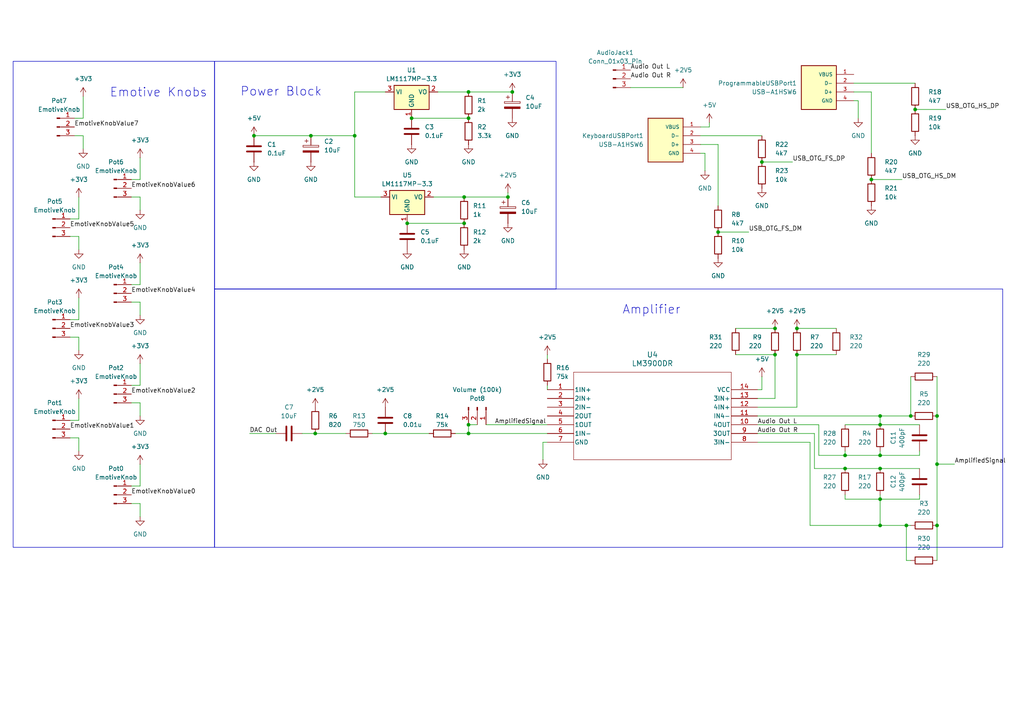
<source format=kicad_sch>
(kicad_sch (version 20231120) (generator "eeschema") (generator_version "8.0")
  (paper "A4")
  (junction (at 427.99 -76.2))
  (junction (at 148.59 26.67))
  (junction (at 339.09 73.66))
  (junction (at 111.76 125.73))
  (junction (at 265.43 31.75))
  (junction (at 135.89 26.67))
  (junction (at 134.62 57.15))
  (junction (at 91.44 125.73))
  (junction (at 135.89 125.73))
  (junction (at 255.27 120.65))
  (junction (at 140.97 -52.07))
  (junction (at 140.97 -44.45))
  (junction (at 334.01 73.66))
  (junction (at 331.47 73.66))
  (junction (at 427.99 -73.66))
  (junction (at 90.17 39.37))
  (junction (at 194.31 -39.37))
  (junction (at 255.27 132.08))
  (junction (at 194.31 -31.75))
  (junction (at 427.99 -63.5))
  (junction (at 73.66 39.37))
  (junction (at 119.38 34.29))
  (junction (at 140.97 -39.37))
  (junction (at 264.16 120.65))
  (junction (at 118.11 64.77))
  (junction (at 252.73 52.07))
  (junction (at 427.99 -68.58))
  (junction (at 134.62 64.77))
  (junction (at 255.27 144.78))
  (junction (at 427.99 -66.04))
  (junction (at 427.99 -53.34))
  (junction (at 271.78 152.4))
  (junction (at 245.11 135.89))
  (junction (at 231.14 95.25))
  (junction (at 224.79 95.25))
  (junction (at 140.97 -46.99))
  (junction (at 140.97 -31.75))
  (junction (at 147.32 57.15))
  (junction (at 220.98 46.99))
  (junction (at 102.87 39.37))
  (junction (at 427.99 -71.12))
  (junction (at 224.79 102.87))
  (junction (at 271.78 134.62))
  (junction (at 255.27 135.89))
  (junction (at 208.28 67.31))
  (junction (at 140.97 -36.83))
  (junction (at 231.14 102.87))
  (junction (at 245.11 132.08))
  (junction (at 425.45 96.52))
  (junction (at 255.27 123.19))
  (junction (at 335.28 167.64))
  (junction (at 135.89 123.19))
  (junction (at 425.45 99.06))
  (junction (at 262.89 152.4))
  (junction (at 140.97 -29.21))
  (junction (at 226.06 -54.61))
  (junction (at 427.99 -58.42))
  (junction (at 427.99 -60.96))
  (junction (at 255.27 152.4))
  (junction (at 135.89 34.29))
  (junction (at 336.55 73.66))
  (junction (at 425.45 101.6))
  (junction (at 271.78 120.65))
  (junction (at 427.99 -55.88))
  (wire (pts (xy 427.99 -68.58) (xy 427.99 -71.12)))
  (wire (pts (xy 266.7 130.81) (xy 266.7 132.08)))
  (wire (pts (xy 125.73 57.15) (xy 134.62 57.15)))
  (wire (pts (xy 118.11 64.77) (xy 134.62 64.77)))
  (wire (pts (xy 255.27 135.89) (xy 266.7 135.89)))
  (wire (pts (xy 220.98 46.99) (xy 229.87 46.99)))
  (wire (pts (xy 226.06 -59.69) (xy 226.06 -54.61)))
  (wire (pts (xy 127 26.67) (xy 135.89 26.67)))
  (wire (pts (xy 255.27 144.78) (xy 266.7 144.78)))
  (wire (pts (xy 245.11 135.89) (xy 236.22 135.89)))
  (wire (pts (xy 421.64 -71.12) (xy 427.99 -71.12)))
  (wire (pts (xy 427.99 -55.88) (xy 427.99 -58.42)))
  (wire (pts (xy 87.63 125.73) (xy 91.44 125.73)))
  (wire (pts (xy 134.62 57.15) (xy 147.32 57.15)))
  (wire (pts (xy 111.76 125.73) (xy 124.46 125.73)))
  (wire (pts (xy 20.32 63.5) (xy 22.86 63.5)))
  (wire (pts (xy 38.1 52.07) (xy 40.64 52.07)))
  (wire (pts (xy 140.97 -29.21) (xy 161.29 -29.21)))
  (wire (pts (xy 140.97 -46.99) (xy 140.97 -44.45)))
  (wire (pts (xy 427.99 -60.96) (xy 427.99 -63.5)))
  (wire (pts (xy 208.28 59.69) (xy 208.28 41.91)))
  (wire (pts (xy 219.71 113.03) (xy 220.98 113.03)))
  (wire (pts (xy 427.99 -53.34) (xy 427.99 -55.88)))
  (wire (pts (xy 255.27 132.08) (xy 266.7 132.08)))
  (wire (pts (xy 316.23 142.24) (xy 308.61 142.24)))
  (wire (pts (xy 203.2 36.83) (xy 205.74 36.83)))
  (wire (pts (xy 427.99 -66.04) (xy 427.99 -63.5)))
  (wire (pts (xy 421.64 -58.42) (xy 427.99 -58.42)))
  (wire (pts (xy 38.1 140.97) (xy 40.64 140.97)))
  (wire (pts (xy 22.86 68.58) (xy 22.86 72.39)))
  (wire (pts (xy 252.73 26.67) (xy 247.65 26.67)))
  (wire (pts (xy 234.95 128.27) (xy 219.71 128.27)))
  (wire (pts (xy 40.64 57.15) (xy 40.64 60.96)))
  (wire (pts (xy 40.64 45.72) (xy 40.64 52.07)))
  (wire (pts (xy 421.64 -53.34) (xy 427.99 -53.34)))
  (wire (pts (xy 140.97 -39.37) (xy 161.29 -39.37)))
  (wire (pts (xy 255.27 143.51) (xy 255.27 144.78)))
  (wire (pts (xy 237.49 123.19) (xy 219.71 123.19)))
  (wire (pts (xy 173.99 -62.23) (xy 173.99 -63.5)))
  (wire (pts (xy 20.32 121.92) (xy 22.86 121.92)))
  (wire (pts (xy 421.64 -76.2) (xy 427.99 -76.2)))
  (wire (pts (xy 140.97 -36.83) (xy 161.29 -36.83)))
  (wire (pts (xy 250.19 -57.15) (xy 251.46 -57.15)))
  (wire (pts (xy 271.78 134.62) (xy 271.78 152.4)))
  (wire (pts (xy 24.13 39.37) (xy 24.13 43.18)))
  (wire (pts (xy 226.06 -54.61) (xy 251.46 -54.61)))
  (wire (pts (xy 22.86 86.36) (xy 22.86 92.71)))
  (wire (pts (xy 252.73 52.07) (xy 261.62 52.07)))
  (wire (pts (xy 248.92 29.21) (xy 247.65 29.21)))
  (wire (pts (xy 140.97 -44.45) (xy 161.29 -44.45)))
  (wire (pts (xy 213.36 95.25) (xy 224.79 95.25)))
  (wire (pts (xy 425.45 101.6) (xy 425.45 113.03)))
  (wire (pts (xy 135.89 125.73) (xy 158.75 125.73)))
  (wire (pts (xy 22.86 57.15) (xy 22.86 63.5)))
  (wire (pts (xy 224.79 102.87) (xy 224.79 115.57)))
  (wire (pts (xy 421.64 101.6) (xy 425.45 101.6)))
  (wire (pts (xy 316.23 83.82) (xy 307.34 83.82)))
  (wire (pts (xy 421.64 99.06) (xy 425.45 99.06)))
  (wire (pts (xy 334.01 73.66) (xy 336.55 73.66)))
  (wire (pts (xy 245.11 144.78) (xy 255.27 144.78)))
  (wire (pts (xy 102.87 26.67) (xy 111.76 26.67)))
  (wire (pts (xy 427.99 -71.12) (xy 427.99 -73.66)))
  (wire (pts (xy 132.08 125.73) (xy 135.89 125.73)))
  (wire (pts (xy 21.59 39.37) (xy 24.13 39.37)))
  (wire (pts (xy 265.43 31.75) (xy 274.32 31.75)))
  (wire (pts (xy 425.45 96.52) (xy 425.45 99.06)))
  (wire (pts (xy 20.32 127) (xy 22.86 127)))
  (wire (pts (xy 38.1 111.76) (xy 40.64 111.76)))
  (wire (pts (xy 102.87 39.37) (xy 102.87 57.15)))
  (wire (pts (xy 313.69 91.44) (xy 316.23 91.44)))
  (wire (pts (xy 73.66 39.37) (xy 90.17 39.37)))
  (wire (pts (xy 425.45 93.98) (xy 425.45 96.52)))
  (wire (pts (xy 158.75 102.87) (xy 158.75 104.14)))
  (wire (pts (xy 245.11 132.08) (xy 237.49 132.08)))
  (wire (pts (xy 219.71 120.65) (xy 255.27 120.65)))
  (wire (pts (xy 186.69 -54.61) (xy 226.06 -54.61)))
  (wire (pts (xy 91.44 125.73) (xy 100.33 125.73)))
  (wire (pts (xy 158.75 111.76) (xy 158.75 113.03)))
  (wire (pts (xy 140.97 -52.07) (xy 161.29 -52.07)))
  (wire (pts (xy 307.34 83.82) (xy 307.34 86.36)))
  (wire (pts (xy 22.86 115.57) (xy 22.86 121.92)))
  (wire (pts (xy 140.97 -39.37) (xy 140.97 -36.83)))
  (wire (pts (xy 140.97 -46.99) (xy 161.29 -46.99)))
  (wire (pts (xy 250.19 -57.15) (xy 250.19 -48.26)))
  (wire (pts (xy 158.75 128.27) (xy 157.48 128.27)))
  (wire (pts (xy 231.14 102.87) (xy 242.57 102.87)))
  (wire (pts (xy 38.1 87.63) (xy 40.64 87.63)))
  (wire (pts (xy 271.78 152.4) (xy 271.78 162.56)))
  (wire (pts (xy 266.7 143.51) (xy 266.7 144.78)))
  (wire (pts (xy 38.1 146.05) (xy 40.64 146.05)))
  (wire (pts (xy 236.22 125.73) (xy 219.71 125.73)))
  (wire (pts (xy 264.16 109.22) (xy 264.16 120.65)))
  (wire (pts (xy 40.64 76.2) (xy 40.64 82.55)))
  (wire (pts (xy 339.09 73.66) (xy 341.63 73.66)))
  (wire (pts (xy 22.86 97.79) (xy 22.86 101.6)))
  (wire (pts (xy 427.99 -99.06) (xy 427.99 -76.2)))
  (wire (pts (xy 262.89 152.4) (xy 262.89 162.56)))
  (wire (pts (xy 90.17 39.37) (xy 102.87 39.37)))
  (wire (pts (xy 271.78 109.22) (xy 271.78 120.65)))
  (wire (pts (xy 421.64 96.52) (xy 425.45 96.52)))
  (wire (pts (xy 21.59 34.29) (xy 24.13 34.29)))
  (wire (pts (xy 231.14 118.11) (xy 231.14 102.87)))
  (wire (pts (xy 245.11 123.19) (xy 255.27 123.19)))
  (wire (pts (xy 22.86 127) (xy 22.86 130.81)))
  (wire (pts (xy 335.28 167.64) (xy 335.28 172.72)))
  (wire (pts (xy 255.27 120.65) (xy 255.27 123.19)))
  (wire (pts (xy 137.16 -52.07) (xy 140.97 -52.07)))
  (wire (pts (xy 245.11 130.81) (xy 245.11 132.08)))
  (wire (pts (xy 427.99 -58.42) (xy 427.99 -60.96)))
  (wire (pts (xy 110.49 57.15) (xy 102.87 57.15)))
  (wire (pts (xy 119.38 34.29) (xy 135.89 34.29)))
  (wire (pts (xy 421.64 -63.5) (xy 427.99 -63.5)))
  (wire (pts (xy 255.27 120.65) (xy 264.16 120.65)))
  (wire (pts (xy 262.89 152.4) (xy 264.16 152.4)))
  (wire (pts (xy 107.95 125.73) (xy 111.76 125.73)))
  (wire (pts (xy 194.31 -46.99) (xy 194.31 -39.37)))
  (wire (pts (xy 224.79 115.57) (xy 219.71 115.57)))
  (wire (pts (xy 262.89 162.56) (xy 264.16 162.56)))
  (wire (pts (xy 255.27 135.89) (xy 245.11 135.89)))
  (wire (pts (xy 208.28 41.91) (xy 203.2 41.91)))
  (wire (pts (xy 40.64 146.05) (xy 40.64 149.86)))
  (wire (pts (xy 234.95 152.4) (xy 255.27 152.4)))
  (wire (pts (xy 421.64 -50.8) (xy 427.99 -50.8)))
  (wire (pts (xy 255.27 132.08) (xy 245.11 132.08)))
  (wire (pts (xy 40.64 105.41) (xy 40.64 111.76)))
  (wire (pts (xy 234.95 128.27) (xy 234.95 152.4)))
  (wire (pts (xy 220.98 109.22) (xy 220.98 113.03)))
  (wire (pts (xy 334.01 167.64) (xy 335.28 167.64)))
  (wire (pts (xy 140.97 -21.59) (xy 161.29 -21.59)))
  (wire (pts (xy 276.86 134.62) (xy 271.78 134.62)))
  (wire (pts (xy 182.88 25.4) (xy 198.12 25.4)))
  (wire (pts (xy 231.14 95.25) (xy 242.57 95.25)))
  (wire (pts (xy 208.28 67.31) (xy 217.17 67.31)))
  (wire (pts (xy 38.1 57.15) (xy 40.64 57.15)))
  (wire (pts (xy 252.73 44.45) (xy 252.73 26.67)))
  (wire (pts (xy 135.89 26.67) (xy 148.59 26.67)))
  (wire (pts (xy 245.11 143.51) (xy 245.11 144.78)))
  (wire (pts (xy 140.97 -29.21) (xy 140.97 -21.59)))
  (wire (pts (xy 427.99 -73.66) (xy 427.99 -76.2)))
  (wire (pts (xy 237.49 132.08) (xy 237.49 123.19)))
  (wire (pts (xy 339.09 69.85) (xy 339.09 73.66)))
  (wire (pts (xy 20.32 68.58) (xy 22.86 68.58)))
  (wire (pts (xy 140.97 -44.45) (xy 140.97 -39.37)))
  (wire (pts (xy 421.64 -55.88) (xy 427.99 -55.88)))
  (wire (pts (xy 140.97 -52.07) (xy 140.97 -46.99)))
  (wire (pts (xy 213.36 102.87) (xy 224.79 102.87)))
  (wire (pts (xy 40.64 87.63) (xy 40.64 91.44)))
  (wire (pts (xy 425.45 99.06) (xy 425.45 101.6)))
  (wire (pts (xy 271.78 120.65) (xy 271.78 134.62)))
  (wire (pts (xy 331.47 73.66) (xy 334.01 73.66)))
  (wire (pts (xy 138.43 123.19) (xy 135.89 123.19)))
  (wire (pts (xy 336.55 73.66) (xy 339.09 73.66)))
  (wire (pts (xy 316.23 88.9) (xy 313.69 88.9)))
  (wire (pts (xy 219.71 118.11) (xy 231.14 118.11)))
  (wire (pts (xy 20.32 92.71) (xy 22.86 92.71)))
  (wire (pts (xy 24.13 27.94) (xy 24.13 34.29)))
  (wire (pts (xy 421.64 93.98) (xy 425.45 93.98)))
  (wire (pts (xy 255.27 130.81) (xy 255.27 132.08)))
  (wire (pts (xy 255.27 144.78) (xy 255.27 152.4)))
  (wire (pts (xy 157.48 128.27) (xy 157.48 133.35)))
  (wire (pts (xy 335.28 167.64) (xy 336.55 167.64)))
  (wire (pts (xy 194.31 -39.37) (xy 194.31 -31.75)))
  (wire (pts (xy 313.69 88.9) (xy 313.69 91.44)))
  (wire (pts (xy 38.1 82.55) (xy 40.64 82.55)))
  (wire (pts (xy 255.27 152.4) (xy 262.89 152.4)))
  (wire (pts (xy 248.92 34.29) (xy 248.92 29.21)))
  (wire (pts (xy 421.64 -68.58) (xy 427.99 -68.58)))
  (wire (pts (xy 204.47 49.53) (xy 204.47 44.45)))
  (wire (pts (xy 308.61 142.24) (xy 308.61 143.51)))
  (wire (pts (xy 140.97 123.19) (xy 158.75 123.19)))
  (wire (pts (xy 421.64 -60.96) (xy 427.99 -60.96)))
  (wire (pts (xy 421.64 -73.66) (xy 427.99 -73.66)))
  (wire (pts (xy 194.31 -31.75) (xy 194.31 -27.94)))
  (wire (pts (xy 102.87 26.67) (xy 102.87 39.37)))
  (wire (pts (xy 328.93 73.66) (xy 331.47 73.66)))
  (wire (pts (xy 140.97 -31.75) (xy 161.29 -31.75)))
  (wire (pts (xy 40.64 116.84) (xy 40.64 120.65)))
  (wire (pts (xy 247.65 24.13) (xy 265.43 24.13)))
  (wire (pts (xy 72.39 125.73) (xy 80.01 125.73)))
  (wire (pts (xy 147.32 55.88) (xy 147.32 57.15)))
  (wire (pts (xy 140.97 -31.75) (xy 140.97 -29.21)))
  (wire (pts (xy 236.22 135.89) (xy 236.22 125.73)))
  (wire (pts (xy 40.64 134.62) (xy 40.64 140.97)))
  (wire (pts (xy 140.97 -36.83) (xy 140.97 -31.75)))
  (wire (pts (xy 38.1 116.84) (xy 40.64 116.84)))
  (wire (pts (xy 421.64 -66.04) (xy 427.99 -66.04)))
  (wire (pts (xy 203.2 39.37) (xy 220.98 39.37)))
  (wire (pts (xy 255.27 123.19) (xy 266.7 123.19)))
  (wire (pts (xy 204.47 44.45) (xy 203.2 44.45)))
  (wire (pts (xy 135.89 123.19) (xy 135.89 125.73)))
  (wire (pts (xy 427.99 -50.8) (xy 427.99 -53.34)))
  (wire (pts (xy 20.32 97.79) (xy 22.86 97.79)))
  (wire (pts (xy 427.99 -68.58) (xy 427.99 -66.04)))
  (wire (pts (xy 205.74 36.83) (xy 205.74 35.56)))
  (rectangle (start 62.23 17.78) (end 161.29 83.82))
  (rectangle (start 62.23 83.82) (end 290.83 158.75))
  (rectangle (start 3.81 17.78) (end 62.23 158.75))
  (rectangle (start -41.91 87.63) (end -41.91 87.63))
  (text "Amplifier" (at 188.976 89.916 0) (effects (font (size 2.54 2.54))))
  (text "Power Block" (at 81.534 26.67 0) (effects (font (size 2.54 2.54))))
  (text "Emotive Knobs" (at 45.974 26.924 0) (effects (font (size 2.54 2.54))))
  (label "PC2" (at 316.23 106.68 180))
  (label "PB3" (at 351.79 129.54 0))
  (label "PB6" (at 251.46 -97.79 180))
  (label "PB7" (at 251.46 -92.71 180))
  (label "PB11" (at 351.79 149.86 0))
  (label "PC1" (at 381 -58.42 180))
  (label "PB10" (at 251.46 -74.93 180))
  (label "HDMI_PWR" (at 226.06 -59.69 0))
  (label "EmotiveKnobValue7" (at 351.79 124.46 0))
  (label "PB10" (at 381 -38.1 180))
  (label "EmotiveKnobValue5" (at 351.79 96.52 0))
  (label "PC13" (at 316.23 132.08 180))
  (label "EmotiveKnobValue2" (at 38.1 114.3 0))
  (label "EmotiveKnobValue4" (at 351.79 93.98 0))
  (label "Audio Out L" (at 219.71 123.19 0))
  (label "HDMI_PWR" (at 351.79 116.84 0))
  (label "EmotiveKnobValue2" (at 351.79 83.82 0))
  (label "EmotiveKnobValue4" (at 38.1 85.09 0))
  (label "USB_OTG_HS_DM" (at 261.62 52.07 0))
  (label "USB_OTG_HS_DP" (at 274.32 31.75 0))
  (label "CEC_A" (at 421.64 50.8 0))
  (label "PB8" (at 351.79 142.24 0))
  (label "AmplifiedSignal" (at 276.86 134.62 0))
  (label "AmplifiedSignal" (at 143.51 123.19 0))
  (label "USB_OTG_FS_DP" (at 351.79 106.68 0))
  (label "EmotiveKnobValue0" (at 38.1 143.51 0))
  (label "EmotiveKnobValue1" (at 20.32 124.46 0))
  (label "PB3" (at 251.46 -77.47 180))
  (label "DAC Out" (at 351.79 88.9 0))
  (label "PB2" (at 381 -53.34 180))
  (label "PB4" (at 381 -48.26 180))
  (label "USB_OTG_FS_DP" (at 229.87 46.99 0))
  (label "DSCL" (at 421.64 38.1 0))
  (label "PB4" (at 251.46 -90.17 180))
  (label "USB_OTG_FS_DM" (at 351.79 109.22 0))
  (label "USB_OTG_FS_DM" (at 217.17 67.31 0))
  (label "EmotiveKnobValue0" (at 351.79 78.74 0))
  (label "PB2" (at 251.46 -82.55 180))
  (label "DAC Out" (at 72.39 125.73 0))
  (label "USB_OTG_HS_DP" (at 351.79 157.48 0))
  (label "PB5" (at 351.79 134.62 0))
  (label "PB5" (at 381 -45.72 180))
  (label "PC0" (at 316.23 101.6 180))
  (label "PB4" (at 351.79 132.08 0))
  (label "HDMI_PWR_SELECT" (at 161.29 -24.13 180))
  (label "EmotiveKnobValue7" (at 21.59 36.83 0))
  (label "PB2" (at 351.79 127 0))
  (label "PB3" (at 381 -50.8 180))
  (label "PB7" (at 351.79 139.7 0))
  (label "Audio Out L" (at 182.88 20.32 0))
  (label "PB9" (at 351.79 144.78 0))
  (label "DSDA" (at 421.64 40.64 0))
  (label "EmotiveKnobValue5" (at 20.32 66.04 0))
  (label "DSCL" (at 251.46 -62.23 180))
  (label "EmotiveKnobValue1" (at 351.79 81.28 0))
  (label "PB5" (at 251.46 -85.09 180))
  (label "EmotiveKnobValue6" (at 351.79 121.92 0))
  (label "EmotiveKnobValue3" (at 20.32 95.25 0))
  (label "PC13" (at 381 -71.12 180))
  (label "PB11" (at 251.46 -69.85 180))
  (label "PB11" (at 381 -35.56 180))
  (label "EmotiveKnobValue3" (at 351.79 86.36 0))
  (label "CEC_A" (at 251.46 -67.31 180))
  (label "PB10" (at 351.79 147.32 0))
  (label "DSDA" (at 251.46 -59.69 180))
  (label "Audio Out R" (at 182.88 22.86 0))
  (label "PB7" (at 381 -40.64 180))
  (label "EmotiveKnobValue6" (at 38.1 54.61 0))
  (label "PB6" (at 351.79 137.16 0))
  (label "PC0" (at 381 -60.96 180))
  (label "PC1" (at 316.23 104.14 180))
  (label "PC2" (at 381 -63.5 180))
  (label "HDMI_PWR_SELECT" (at 351.79 114.3 0))
  (label "PB6" (at 381 -43.18 180))
  (label "Audio Out R" (at 219.71 125.73 0))
  (label "USB_OTG_HS_DM" (at 351.79 160.02 0))
  (symbol (lib_id "Device:R") (at 135.89 38.1 0) (unit 1)
    (property "Reference" "R2" (at 138.43 36.8299 0) (effects (justify left)))
    (property "Value" "3.3k" (at 138.43 39.3699 0) (effects (justify left)))
    (property "Footprint" "Resistor_THT:R_Axial_DIN0207_L6.3mm_D2.5mm_P7.62mm_Horizontal" (effects (hide yes)))
    (property "Description" "Resistor" (effects (hide yes)))
  )
  (symbol (lib_id "power:GND") (at 135.89 41.91 0) (unit 1)
    (property "Reference" "#PWR05" (effects (hide yes)))
    (property "Value" "GND" (at 135.89 46.99 0))
    (property "Description" "Power symbol creates a global label with name \"GND\" , ground" (effects (hide yes)))
  )
  (symbol (lib_id "Device:R") (at 242.57 99.06 180) (unit 1)
    (property "Reference" "R32" (at 246.38 97.7899 0) (effects (justify right)))
    (property "Value" "220" (at 246.38 100.3299 0) (effects (justify right)))
    (property "Footprint" "Resistor_THT:R_Axial_DIN0207_L6.3mm_D2.5mm_P7.62mm_Horizontal" (effects (hide yes)))
    (property "Description" "Resistor" (effects (hide yes)))
  )
  (symbol (lib_id "power:GND") (at 252.73 59.69 0) (unit 1)
    (property "Reference" "#PWR050" (effects (hide yes)))
    (property "Value" "GND" (at 252.73 64.77 0))
    (property "Description" "Power symbol creates a global label with name \"GND\" , ground" (effects (hide yes)))
  )
  (symbol (lib_id "Device:R") (at 265.43 27.94 180) (unit 1)
    (property "Reference" "R18" (at 269.24 26.6699 0) (effects (justify right)))
    (property "Value" "4k7" (at 269.24 29.2099 0) (effects (justify right)))
    (property "Footprint" "Resistor_THT:R_Axial_DIN0207_L6.3mm_D2.5mm_P7.62mm_Horizontal" (effects (hide yes)))
    (property "Description" "Resistor" (effects (hide yes)))
  )
  (symbol (lib_id "power:GND") (at 22.86 101.6 0) (unit 1)
    (property "Reference" "#PWR015" (effects (hide yes)))
    (property "Value" "GND" (at 22.86 106.68 0))
    (property "Description" "Power symbol creates a global label with name \"GND\" , ground" (effects (hide yes)))
  )
  (symbol (lib_id "Device:R") (at 135.89 30.48 0) (unit 1)
    (property "Reference" "R1" (at 138.43 29.2099 0) (effects (justify left)))
    (property "Value" "2k" (at 138.43 31.7499 0) (effects (justify left)))
    (property "Footprint" "Resistor_THT:R_Axial_DIN0207_L6.3mm_D2.5mm_P7.62mm_Horizontal" (effects (hide yes)))
    (property "Description" "Resistor" (effects (hide yes)))
  )
  (symbol (lib_id "Device:C") (at 118.11 68.58 0) (unit 1)
    (property "Reference" "C5" (at 121.92 67.3099 0) (effects (justify left)))
    (property "Value" "0.1uF" (at 121.92 69.8499 0) (effects (justify left)))
    (property "Footprint" "Capacitor_THT:C_Disc_D6.0mm_W4.4mm_P5.00mm" (effects (hide yes)))
    (property "Description" "Unpolarized capacitor" (effects (hide yes)))
  )
  (symbol (lib_id "power:+3V3") (at 339.09 69.85 0) (unit 1)
    (property "Reference" "#PWR038" (effects (hide yes)))
    (property "Value" "+3V3" (at 339.09 64.77 0))
    (property "Description" "Power symbol creates a global label with name \"+3V3\"" (effects (hide yes)))
  )
  (symbol (lib_id "power:+3V3") (at 40.64 105.41 0) (unit 1)
    (property "Reference" "#PWR012" (effects (hide yes)))
    (property "Value" "+3V3" (at 40.64 100.33 0))
    (property "Description" "Power symbol creates a global label with name \"+3V3\"" (effects (hide yes)))
  )
  (symbol (lib_id "MCU_ST_STM32F7:STM32F722RCTx") (at 334.01 121.92 0) (unit 1)
    (property "Reference" "U6" (at 338.7441 167.64 0) (effects (justify left)))
    (property "Value" "STM32F722RCTx" (at 338.7441 170.18 0) (effects (justify left)))
    (property "Footprint" "Package_QFP:LQFP-64_10x10mm_P0.5mm" (effects (hide yes)))
    (property "Datasheet" "https://www.st.com/resource/en/datasheet/stm32f722rc.pdf" (effects (hide yes)))
    (property "Description" "STMicroelectronics Arm Cortex-M7 MCU, 256KB flash, 256KB RAM, 216 MHz, 1.7-3.6V, 50 GPIO, LQFP64" (effects (hide yes)))
  )
  (symbol (lib_id "power:GND") (at 307.34 93.98 0) (unit 1)
    (property "Reference" "#PWR039" (effects (hide yes)))
    (property "Value" "GND" (at 307.34 99.06 0))
    (property "Description" "Power symbol creates a global label with name \"GND\" , ground" (effects (hide yes)))
  )
  (symbol (lib_id "power:+2V5") (at 147.32 55.88 0) (unit 1)
    (property "Reference" "#PWR031" (effects (hide yes)))
    (property "Value" "+2V5" (at 147.32 50.8 0))
    (property "Description" "Power symbol creates a global label with name \"+2V5\"" (effects (hide yes)))
  )
  (symbol (lib_id "power:GND") (at 248.92 34.29 0) (unit 1)
    (property "Reference" "#PWR036" (effects (hide yes)))
    (property "Value" "GND" (at 248.92 39.37 0))
    (property "Description" "Power symbol creates a global label with name \"GND\" , ground" (effects (hide yes)))
  )
  (symbol (lib_id "SII1136CTU:SII1136CTU") (at 401.32 -15.24 0) (unit 1)
    (property "Reference" "U2" (at 401.32 -82.55 0))
    (property "Value" "SII1136CTU" (at 401.32 -80.01 0))
    (property "Footprint" "Package_QFP:TQFP-100-1EP_14x14mm_P0.5mm_EP5x5mm" (effects (hide yes)))
    (property "E1_MIN" "13.9" (effects (hide yes)))
    (property "B_NOM" "0.22" (effects (hide yes)))
    (property "D1_NOM" "14.0" (effects (hide yes)))
    (property "E1_NOM" "14.0" (effects (hide yes)))
    (property "PIN_COUNT_D" "25.0" (effects (hide yes)))
    (property "B_MAX" "0.27" (effects (hide yes)))
    (property "ENOM" "0.5" (effects (hide yes)))
    (property "D_NOM" "16.0" (effects (hide yes)))
    (property "D_MAX" "16.1" (effects (hide yes)))
    (property "L_MAX" "0.75" (effects (hide yes)))
    (property "A_MAX" "1.2" (effects (hide yes)))
    (property "D1_MAX" "14.1" (effects (hide yes)))
    (property "D1_MIN" "13.9" (effects (hide yes)))
    (property "E2_NOM" "5.0" (effects (hide yes)))
    (property "D2_NOM" "5.0" (effects (hide yes)))
    (property "E_NOM" "16.0" (effects (hide yes)))
    (property "B_MIN" "0.17" (effects (hide yes)))
    (property "STANDARD" "IPC 7351B" (effects (hide yes)))
    (property "L_NOM" "0.6" (effects (hide yes)))
    (property "MANUFACTURER" "Lattice Semiconductor" (effects (hide yes)))
    (property "A1_MIN" "0.05" (effects (hide yes)))
    (property "E1_MAX" "14.1" (effects (hide yes)))
    (property "PIN_COUNT_E" "25.0" (effects (hide yes)))
    (property "E_MIN" "15.9" (effects (hide yes)))
    (property "D_MIN" "15.9" (effects (hide yes)))
    (property "L_MIN" "0.45" (effects (hide yes)))
    (property "E_MAX" "16.1" (effects (hide yes)))
  )
  (symbol (lib_id "power:+5V") (at 220.98 109.22 0) (unit 1)
    (property "Reference" "#PWR044" (effects (hide yes)))
    (property "Value" "+5V" (at 220.98 104.14 0))
    (property "Description" "Power symbol creates a global label with name \"+5V\"" (effects (hide yes)))
  )
  (symbol (lib_id "power:GND") (at 173.99 -13.97 0) (unit 1)
    (property "Reference" "#PWR052" (effects (hide yes)))
    (property "Value" "GND" (at 173.99 -8.89 0))
    (property "Description" "Power symbol creates a global label with name \"GND\" , ground" (effects (hide yes)))
  )
  (symbol (lib_id "Device:R") (at 255.27 127 0) (mirror x) (unit 1)
    (property "Reference" "R4" (at 252.73 125.7299 0) (effects (justify right)))
    (property "Value" "220" (at 252.73 128.2699 0) (effects (justify right)))
    (property "Footprint" "Resistor_THT:R_Axial_DIN0207_L6.3mm_D2.5mm_P7.62mm_Horizontal" (effects (hide yes)))
    (property "Description" "Resistor" (effects (hide yes)))
  )
  (symbol (lib_id "power:GND") (at 119.38 41.91 0) (unit 1)
    (property "Reference" "#PWR04" (effects (hide yes)))
    (property "Value" "GND" (at 119.38 46.99 0))
    (property "Description" "Power symbol creates a global label with name \"GND\" , ground" (effects (hide yes)))
  )
  (symbol (lib_id "power:GND") (at 148.59 34.29 0) (unit 1)
    (property "Reference" "#PWR06" (effects (hide yes)))
    (property "Value" "GND" (at 148.59 39.37 0))
    (property "Description" "Power symbol creates a global label with name \"GND\" , ground" (effects (hide yes)))
  )
  (symbol (lib_id "power:+5V") (at 161.29 -54.61 0) (unit 1)
    (property "Reference" "#PWR051" (effects (hide yes)))
    (property "Value" "+5V" (at 161.29 -59.69 0))
    (property "Description" "Power symbol creates a global label with name \"+5V\"" (effects (hide yes)))
  )
  (symbol (lib_id "power:GND") (at 22.86 72.39 0) (unit 1)
    (property "Reference" "#PWR019" (effects (hide yes)))
    (property "Value" "GND" (at 22.86 77.47 0))
    (property "Description" "Power symbol creates a global label with name \"GND\" , ground" (effects (hide yes)))
  )
  (symbol (lib_id "power:+5V") (at 73.66 39.37 0) (unit 1)
    (property "Reference" "#PWR01" (effects (hide yes)))
    (property "Value" "+5V" (at 73.66 34.29 0))
    (property "Description" "Power symbol creates a global label with name \"+5V\"" (effects (hide yes)))
  )
  (symbol (lib_id "Device:R") (at 307.34 90.17 180) (unit 1)
    (property "Reference" "R15" (at 309.88 88.8999 0) (effects (justify right)))
    (property "Value" "10k" (at 309.88 91.4399 0) (effects (justify right)))
    (property "Footprint" "Resistor_THT:R_Axial_DIN0207_L6.3mm_D2.5mm_P7.62mm_Horizontal" (effects (hide yes)))
    (property "Description" "Resistor" (effects (hide yes)))
  )
  (symbol (lib_id "power:GND") (at 24.13 43.18 0) (unit 1)
    (property "Reference" "#PWR023" (effects (hide yes)))
    (property "Value" "GND" (at 24.13 48.26 0))
    (property "Description" "Power symbol creates a global label with name \"GND\" , ground" (effects (hide yes)))
  )
  (symbol (lib_id "power:GND") (at 40.64 120.65 0) (unit 1)
    (property "Reference" "#PWR013" (effects (hide yes)))
    (property "Value" "GND" (at 40.64 125.73 0))
    (property "Description" "Power symbol creates a global label with name \"GND\" , ground" (effects (hide yes)))
  )
  (symbol (lib_id "Device:C") (at 83.82 125.73 90) (unit 1)
    (property "Reference" "C7" (at 83.82 118.11 90))
    (property "Value" "10uF" (at 83.82 120.65 90))
    (property "Footprint" "Capacitor_THT:CP_Radial_D7.5mm_P2.50mm" (effects (hide yes)))
    (property "Description" "Unpolarized capacitor" (effects (hide yes)))
  )
  (symbol (lib_id "2024-10-03_04-50-33:LM3900DR") (at 158.75 113.03 0) (unit 1)
    (property "Reference" "U4" (at 189.23 102.87 0) (effects (font (size 1.524 1.524))))
    (property "Value" "LM3900DR" (at 189.23 105.41 0) (effects (font (size 1.524 1.524))))
    (property "Footprint" "Package_DIP:DIP-14_W7.62mm_Socket" (effects (hide yes)))
    (property "Datasheet" "LM3900DR" (effects (hide yes)))
  )
  (symbol (lib_id "Device:R") (at 252.73 55.88 180) (unit 1)
    (property "Reference" "R21" (at 256.54 54.6099 0) (effects (justify right)))
    (property "Value" "10k" (at 256.54 57.1499 0) (effects (justify right)))
    (property "Footprint" "Resistor_THT:R_Axial_DIN0207_L6.3mm_D2.5mm_P7.62mm_Horizontal" (effects (hide yes)))
    (property "Description" "Resistor" (effects (hide yes)))
  )
  (symbol (lib_id "power:GND") (at 157.48 133.35 0) (unit 1)
    (property "Reference" "#PWR034" (effects (hide yes)))
    (property "Value" "GND" (at 157.48 138.43 0))
    (property "Description" "Power symbol creates a global label with name \"GND\" , ground" (effects (hide yes)))
  )
  (symbol (lib_id "Device:R") (at 220.98 50.8 180) (unit 1)
    (property "Reference" "R23" (at 224.79 49.5299 0) (effects (justify right)))
    (property "Value" "10k" (at 224.79 52.0699 0) (effects (justify right)))
    (property "Footprint" "Resistor_THT:R_Axial_DIN0207_L6.3mm_D2.5mm_P7.62mm_Horizontal" (effects (hide yes)))
    (property "Description" "Resistor" (effects (hide yes)))
  )
  (symbol (lib_id "Device:C") (at 111.76 121.92 0) (unit 1)
    (property "Reference" "C8" (at 116.84 120.6499 0) (effects (justify left)))
    (property "Value" "0.01u" (at 116.84 123.1899 0) (effects (justify left)))
    (property "Footprint" "Capacitor_THT:C_Disc_D6.0mm_W4.4mm_P5.00mm" (effects (hide yes)))
    (property "Description" "Unpolarized capacitor" (effects (hide yes)))
  )
  (symbol (lib_id "10029449_111RLF:10029449-111RLF") (at 251.46 -97.79 0) (unit 1)
    (property "Reference" "HDMI_Port1" (at 265.43 -76.2001 0) (effects (font (size 1.524 1.524)) (justify left)))
    (property "Value" "10029449-111RLF" (at 265.43 -73.6601 0) (effects (font (size 1.524 1.524)) (justify left)))
    (property "Footprint" "10029449_111RLF:CONN_10029449111_AMP" (effects (hide yes)))
    (property "Datasheet" "10029449-111RLF" (effects (hide yes)))
  )
  (symbol (lib_id "Device:R") (at 128.27 125.73 90) (unit 1)
    (property "Reference" "R14" (at 128.27 120.65 90))
    (property "Value" "75k" (at 128.27 123.19 90))
    (property "Footprint" "Resistor_THT:R_Axial_DIN0207_L6.3mm_D2.5mm_P7.62mm_Horizontal" (effects (hide yes)))
    (property "Description" "Resistor" (effects (hide yes)))
  )
  (symbol (lib_id "power:GND") (at 194.31 -27.94 0) (unit 1)
    (property "Reference" "#PWR054" (effects (hide yes)))
    (property "Value" "GND" (at 194.31 -22.86 0))
    (property "Description" "Power symbol creates a global label with name \"GND\" , ground" (effects (hide yes)))
  )
  (symbol (lib_id "Device:R") (at 104.14 125.73 90) (unit 1)
    (property "Reference" "R13" (at 104.14 120.65 90))
    (property "Value" "750" (at 104.14 123.19 90))
    (property "Footprint" "Resistor_THT:R_Axial_DIN0207_L6.3mm_D2.5mm_P7.62mm_Horizontal" (effects (hide yes)))
    (property "Description" "Resistor" (effects (hide yes)))
  )
  (symbol (lib_id "power:GND") (at 208.28 74.93 0) (unit 1)
    (property "Reference" "#PWR035" (effects (hide yes)))
    (property "Value" "GND" (at 208.28 80.01 0))
    (property "Description" "Power symbol creates a global label with name \"GND\" , ground" (effects (hide yes)))
  )
  (symbol (lib_id "power:GND") (at 308.61 151.13 0) (unit 1)
    (property "Reference" "#PWR040" (effects (hide yes)))
    (property "Value" "GND" (at 308.61 156.21 0))
    (property "Description" "Power symbol creates a global label with name \"GND\" , ground" (effects (hide yes)))
  )
  (symbol (lib_id "power:GND") (at 90.17 46.99 0) (unit 1)
    (property "Reference" "#PWR03" (effects (hide yes)))
    (property "Value" "GND" (at 90.17 52.07 0))
    (property "Description" "Power symbol creates a global label with name \"GND\" , ground" (effects (hide yes)))
  )
  (symbol (lib_id "power:+5V") (at 427.99 -99.06 0) (unit 1)
    (property "Reference" "#PWR047" (effects (hide yes)))
    (property "Value" "+3.3V" (at 427.99 -102.87 0))
    (property "Description" "Power symbol creates a global label with name \"+5V\"" (effects (hide yes)))
  )
  (symbol (lib_id "power:GND") (at 204.47 49.53 0) (unit 1)
    (property "Reference" "#PWR024" (effects (hide yes)))
    (property "Value" "GND" (at 204.47 54.61 0))
    (property "Description" "Power symbol creates a global label with name \"GND\" , ground" (effects (hide yes)))
  )
  (symbol (lib_id "USB-A1HSW6:USB-A1HSW6") (at 237.49 26.67 0) (mirror y) (unit 1)
    (property "Reference" "ProgrammableUSBPort1" (at 231.14 24.1299 0) (effects (justify left)))
    (property "Value" "USB-A1HSW6" (at 231.14 26.6699 0) (effects (justify left)))
    (property "Footprint" "USB_A1HSW6:OST_USB-A1HSW6" (effects (hide yes)))
    (property "PARTREV" "A" (effects (hide yes)))
    (property "STANDARD" "Manufacturer Recommendations" (effects (hide yes)))
    (property "MAXIMUM_PACKAGE_HEIGHT" "7.1 mm" (effects (hide yes)))
    (property "MANUFACTURER" "On Shore" (effects (hide yes)))
  )
  (symbol (lib_id "power:+5V") (at 205.74 35.56 0) (unit 1)
    (property "Reference" "#PWR025" (effects (hide yes)))
    (property "Value" "+5V" (at 205.74 30.48 0))
    (property "Description" "Power symbol creates a global label with name \"+5V\"" (effects (hide yes)))
  )
  (symbol (lib_id "Device:R") (at 190.5 -31.75 270) (unit 1)
    (property "Reference" "R26" (at 189.2299 -35.56 0) (effects (justify right)))
    (property "Value" "1M" (at 191.7699 -35.56 0) (effects (justify right)))
    (property "Footprint" "Resistor_THT:R_Axial_DIN0207_L6.3mm_D2.5mm_P7.62mm_Horizontal" (effects (hide yes)))
    (property "Description" "Resistor" (effects (hide yes)))
  )
  (symbol (lib_id "power:+2V5") (at 158.75 102.87 0) (unit 1)
    (property "Reference" "#PWR043" (effects (hide yes)))
    (property "Value" "+2V5" (at 158.75 97.79 0))
    (property "Description" "Power symbol creates a global label with name \"+2V5\"" (effects (hide yes)))
  )
  (symbol (lib_id "Device:R") (at 252.73 48.26 180) (unit 1)
    (property "Reference" "R20" (at 256.54 46.9899 0) (effects (justify right)))
    (property "Value" "4k7" (at 256.54 49.5299 0) (effects (justify right)))
    (property "Footprint" "Resistor_THT:R_Axial_DIN0207_L6.3mm_D2.5mm_P7.62mm_Horizontal" (effects (hide yes)))
    (property "Description" "Resistor" (effects (hide yes)))
  )
  (symbol (lib_id "power:+5V") (at 173.99 -63.5 0) (unit 1)
    (property "Reference" "#PWR041" (effects (hide yes)))
    (property "Value" "+5V" (at 173.99 -68.58 0))
    (property "Description" "Power symbol creates a global label with name \"+5V\"" (effects (hide yes)))
  )
  (symbol (lib_id "power:GND") (at 250.19 -48.26 0) (unit 1)
    (property "Reference" "#PWR042" (effects (hide yes)))
    (property "Value" "GND" (at 250.19 -43.18 0))
    (property "Description" "Power symbol creates a global label with name \"GND\" , ground" (effects (hide yes)))
  )
  (symbol (lib_id "power:GND") (at 73.66 46.99 0) (unit 1)
    (property "Reference" "#PWR02" (effects (hide yes)))
    (property "Value" "GND" (at 73.66 52.07 0))
    (property "Description" "Power symbol creates a global label with name \"GND\" , ground" (effects (hide yes)))
  )
  (symbol (lib_id "Device:R") (at 231.14 99.06 180) (unit 1)
    (property "Reference" "R7" (at 234.95 97.7899 0) (effects (justify right)))
    (property "Value" "220" (at 234.95 100.3299 0) (effects (justify right)))
    (property "Footprint" "Resistor_THT:R_Axial_DIN0207_L6.3mm_D2.5mm_P7.62mm_Horizontal" (effects (hide yes)))
    (property "Description" "Resistor" (effects (hide yes)))
  )
  (symbol (lib_id "Connector:Conn_01x03_Pin") (at 33.02 54.61 0) (unit 1)
    (property "Reference" "Pot6" (at 33.655 46.99 0))
    (property "Value" "EmotiveKnob" (at 33.655 49.53 0))
    (property "Footprint" "Connector_Molex:Molex_KK-254_AE-6410-03A_1x03_P2.54mm_Vertical" (effects (hide yes)))
    (property "Description" "Generic connector, single row, 01x03, script generated" (effects (hide yes)))
  )
  (symbol (lib_id "power:+2V5") (at 91.44 118.11 0) (unit 1)
    (property "Reference" "#PWR027" (effects (hide yes)))
    (property "Value" "+2V5" (at 91.44 113.03 0))
    (property "Description" "Power symbol creates a global label with name \"+2V5\"" (effects (hide yes)))
  )
  (symbol (lib_id "power:GND") (at 147.32 64.77 0) (unit 1)
    (property "Reference" "#PWR032" (effects (hide yes)))
    (property "Value" "GND" (at 147.32 69.85 0))
    (property "Description" "Power symbol creates a global label with name \"GND\" , ground" (effects (hide yes)))
  )
  (symbol (lib_id "power:+2V5") (at 198.12 25.4 0) (unit 1)
    (property "Reference" "#PWR033" (effects (hide yes)))
    (property "Value" "+2V5" (at 198.12 20.32 0))
    (property "Description" "Power symbol creates a global label with name \"+2V5\"" (effects (hide yes)))
  )
  (symbol (lib_id "Connector:Conn_01x03_Pin") (at 33.02 143.51 0) (unit 1)
    (property "Reference" "Pot0" (at 33.655 135.89 0))
    (property "Value" "EmotiveKnob" (at 33.655 138.43 0))
    (property "Footprint" "Connector_Molex:Molex_KK-254_AE-6410-03A_1x03_P2.54mm_Vertical" (effects (hide yes)))
    (property "Description" "Generic connector, single row, 01x03, script generated" (effects (hide yes)))
  )
  (symbol (lib_id "power:+3V3") (at 148.59 26.67 0) (unit 1)
    (property "Reference" "#PWR07" (effects (hide yes)))
    (property "Value" "+3V3" (at 148.59 21.59 0))
    (property "Description" "Power symbol creates a global label with name \"+3V3\"" (effects (hide yes)))
  )
  (symbol (lib_id "Regulator_Linear:LM1117MP-3.3") (at 118.11 57.15 0) (unit 1)
    (property "Reference" "U5" (at 118.11 50.8 0))
    (property "Value" "LM1117MP-3.3" (at 118.11 53.34 0))
    (property "Footprint" "Package_TO_SOT_SMD:SOT-223-3_TabPin2" (effects (hide yes)))
    (property "Datasheet" "http://www.ti.com/lit/ds/symlink/lm1117.pdf" (effects (hide yes)))
    (property "Description" "800mA Low-Dropout Linear Regulator, 3.3V fixed output, SOT-223" (effects (hide yes)))
  )
  (symbol (lib_id "Device:R") (at 255.27 139.7 0) (mirror x) (unit 1)
    (property "Reference" "R17" (at 252.73 138.4299 0) (effects (justify right)))
    (property "Value" "220" (at 252.73 140.9699 0) (effects (justify right)))
    (property "Footprint" "Resistor_THT:R_Axial_DIN0207_L6.3mm_D2.5mm_P7.62mm_Horizontal" (effects (hide yes)))
    (property "Description" "Resistor" (effects (hide yes)))
  )
  (symbol (lib_id "power:GND") (at 118.11 72.39 0) (unit 1)
    (property "Reference" "#PWR029" (effects (hide yes)))
    (property "Value" "GND" (at 118.11 77.47 0))
    (property "Description" "Power symbol creates a global label with name \"GND\" , ground" (effects (hide yes)))
  )
  (symbol (lib_id "power:GND") (at 220.98 54.61 0) (unit 1)
    (property "Reference" "#PWR046" (effects (hide yes)))
    (property "Value" "GND" (at 220.98 59.69 0))
    (property "Description" "Power symbol creates a global label with name \"GND\" , ground" (effects (hide yes)))
  )
  (symbol (lib_id "Regulator_Linear:LM1117MP-3.3") (at 119.38 26.67 0) (unit 1)
    (property "Reference" "U1" (at 119.38 20.32 0))
    (property "Value" "LM1117MP-3.3" (at 119.38 22.86 0))
    (property "Footprint" "Package_TO_SOT_SMD:SOT-223-3_TabPin2" (effects (hide yes)))
    (property "Datasheet" "http://www.ti.com/lit/ds/symlink/lm1117.pdf" (effects (hide yes)))
    (property "Description" "800mA Low-Dropout Linear Regulator, 3.3V fixed output, SOT-223" (effects (hide yes)))
  )
  (symbol (lib_id "Device:R") (at 91.44 121.92 180) (unit 1)
    (property "Reference" "R6" (at 95.25 120.6499 0) (effects (justify right)))
    (property "Value" "820" (at 95.25 123.1899 0) (effects (justify right)))
    (property "Footprint" "Resistor_THT:R_Axial_DIN0207_L6.3mm_D2.5mm_P7.62mm_Horizontal" (effects (hide yes)))
    (property "Description" "Resistor" (effects (hide yes)))
  )
  (symbol (lib_id "power:GND") (at 265.43 39.37 0) (unit 1)
    (property "Reference" "#PWR049" (effects (hide yes)))
    (property "Value" "GND" (at 265.43 44.45 0))
    (property "Description" "Power symbol creates a global label with name \"GND\" , ground" (effects (hide yes)))
  )
  (symbol (lib_id "power:GND") (at 134.62 72.39 0) (unit 1)
    (property "Reference" "#PWR030" (effects (hide yes)))
    (property "Value" "GND" (at 134.62 77.47 0))
    (property "Description" "Power symbol creates a global label with name \"GND\" , ground" (effects (hide yes)))
  )
  (symbol (lib_id "Device:R") (at 267.97 162.56 90) (unit 1)
    (property "Reference" "R30" (at 267.97 156.21 90))
    (property "Value" "220" (at 267.97 158.75 90))
    (property "Footprint" "Resistor_THT:R_Axial_DIN0207_L6.3mm_D2.5mm_P7.62mm_Horizontal" (effects (hide yes)))
    (property "Description" "Resistor" (effects (hide yes)))
  )
  (symbol (lib_id "Connector:Conn_01x03_Pin") (at 16.51 36.83 0) (unit 1)
    (property "Reference" "Pot7" (at 17.145 29.21 0))
    (property "Value" "EmotiveKnob" (at 17.145 31.75 0))
    (property "Footprint" "Connector_Molex:Molex_KK-254_AE-6410-03A_1x03_P2.54mm_Vertical" (effects (hide yes)))
    (property "Description" "Generic connector, single row, 01x03, script generated" (effects (hide yes)))
  )
  (symbol (lib_id "USB-A1HSW6:USB-A1HSW6") (at 193.04 41.91 0) (mirror y) (unit 1)
    (property "Reference" "KeyboardUSBPort1" (at 186.69 39.3699 0) (effects (justify left)))
    (property "Value" "USB-A1HSW6" (at 186.69 41.9099 0) (effects (justify left)))
    (property "Footprint" "USB_A1HSW6:OST_USB-A1HSW6" (effects (hide yes)))
    (property "PARTREV" "A" (effects (hide yes)))
    (property "STANDARD" "Manufacturer Recommendations" (effects (hide yes)))
    (property "MAXIMUM_PACKAGE_HEIGHT" "7.1 mm" (effects (hide yes)))
    (property "MANUFACTURER" "On Shore" (effects (hide yes)))
  )
  (symbol (lib_id "Device:R") (at 267.97 120.65 90) (unit 1)
    (property "Reference" "R5" (at 267.97 114.3 90))
    (property "Value" "220" (at 267.97 116.84 90))
    (property "Footprint" "Resistor_THT:R_Axial_DIN0207_L6.3mm_D2.5mm_P7.62mm_Horizontal" (effects (hide yes)))
    (property "Description" "Resistor" (effects (hide yes)))
  )
  (symbol (lib_id "Device:R") (at 134.62 60.96 0) (unit 1)
    (property "Reference" "R11" (at 137.16 59.6899 0) (effects (justify left)))
    (property "Value" "1k" (at 137.16 62.2299 0) (effects (justify left)))
    (property "Footprint" "Resistor_THT:R_Axial_DIN0207_L6.3mm_D2.5mm_P7.62mm_Horizontal" (effects (hide yes)))
    (property "Description" "Resistor" (effects (hide yes)))
  )
  (symbol (lib_id "Device:R") (at 245.11 127 0) (mirror x) (unit 1)
    (property "Reference" "R28" (at 242.57 125.7299 0) (effects (justify right)))
    (property "Value" "220" (at 242.57 128.2699 0) (effects (justify right)))
    (property "Footprint" "Resistor_THT:R_Axial_DIN0207_L6.3mm_D2.5mm_P7.62mm_Horizontal" (effects (hide yes)))
    (property "Description" "Resistor" (effects (hide yes)))
  )
  (symbol (lib_id "Device:R") (at 245.11 139.7 0) (mirror x) (unit 1)
    (property "Reference" "R27" (at 242.57 138.4299 0) (effects (justify right)))
    (property "Value" "220" (at 242.57 140.9699 0) (effects (justify right)))
    (property "Footprint" "Resistor_THT:R_Axial_DIN0207_L6.3mm_D2.5mm_P7.62mm_Horizontal" (effects (hide yes)))
    (property "Description" "Resistor" (effects (hide yes)))
  )
  (symbol (lib_id "Device:C_Polarized") (at 90.17 43.18 0) (unit 1)
    (property "Reference" "C2" (at 93.98 41.0209 0) (effects (justify left)))
    (property "Value" "10uF" (at 93.98 43.5609 0) (effects (justify left)))
    (property "Footprint" "Capacitor_THT:CP_Radial_D7.5mm_P2.50mm" (effects (hide yes)))
    (property "Description" "Polarized capacitor" (effects (hide yes)))
  )
  (symbol (lib_id "Device:R") (at 134.62 68.58 0) (unit 1)
    (property "Reference" "R12" (at 137.16 67.3099 0) (effects (justify left)))
    (property "Value" "2k" (at 137.16 69.8499 0) (effects (justify left)))
    (property "Footprint" "Resistor_THT:R_Axial_DIN0207_L6.3mm_D2.5mm_P7.62mm_Horizontal" (effects (hide yes)))
    (property "Description" "Resistor" (effects (hide yes)))
  )
  (symbol (lib_id "power:+3V3") (at 22.86 57.15 0) (unit 1)
    (property "Reference" "#PWR018" (effects (hide yes)))
    (property "Value" "+3V3" (at 22.86 52.07 0))
    (property "Description" "Power symbol creates a global label with name \"+3V3\"" (effects (hide yes)))
  )
  (symbol (lib_id "power:GND") (at 22.86 130.81 0) (unit 1)
    (property "Reference" "#PWR011" (effects (hide yes)))
    (property "Value" "GND" (at 22.86 135.89 0))
    (property "Description" "Power symbol creates a global label with name \"GND\" , ground" (effects (hide yes)))
  )
  (symbol (lib_id "power:GND") (at 425.45 113.03 0) (unit 1)
    (property "Reference" "#PWR048" (effects (hide yes)))
    (property "Value" "GND" (at 425.45 118.11 0))
    (property "Description" "Power symbol creates a global label with name \"GND\" , ground" (effects (hide yes)))
  )
  (symbol (lib_id "Device:R") (at 190.5 -39.37 270) (unit 1)
    (property "Reference" "R25" (at 189.2299 -43.18 0) (effects (justify right)))
    (property "Value" "1M" (at 191.7699 -43.18 0) (effects (justify right)))
    (property "Footprint" "Resistor_THT:R_Axial_DIN0207_L6.3mm_D2.5mm_P7.62mm_Horizontal" (effects (hide yes)))
    (property "Description" "Resistor" (effects (hide yes)))
  )
  (symbol (lib_id "power:GND") (at 335.28 172.72 0) (unit 1)
    (property "Reference" "#PWR037" (effects (hide yes)))
    (property "Value" "GND" (at 335.28 177.8 0))
    (property "Description" "Power symbol creates a global label with name \"GND\" , ground" (effects (hide yes)))
  )
  (symbol (lib_id "power:GND") (at 137.16 -52.07 0) (unit 1)
    (property "Reference" "#PWR053" (effects (hide yes)))
    (property "Value" "GND" (at 137.16 -46.99 0))
    (property "Description" "Power symbol creates a global label with name \"GND\" , ground" (effects (hide yes)))
  )
  (symbol (lib_id "Connector:Conn_01x03_Pin") (at 33.02 85.09 0) (unit 1)
    (property "Reference" "Pot4" (at 33.655 77.47 0))
    (property "Value" "EmotiveKnob" (at 33.655 80.01 0))
    (property "Footprint" "Connector_Molex:Molex_KK-254_AE-6410-03A_1x03_P2.54mm_Vertical" (effects (hide yes)))
    (property "Description" "Generic connector, single row, 01x03, script generated" (effects (hide yes)))
  )
  (symbol (lib_id "Device:R") (at 267.97 109.22 90) (unit 1)
    (property "Reference" "R29" (at 267.97 102.87 90))
    (property "Value" "220" (at 267.97 105.41 90))
    (property "Footprint" "Resistor_THT:R_Axial_DIN0207_L6.3mm_D2.5mm_P7.62mm_Horizontal" (effects (hide yes)))
    (property "Description" "Resistor" (effects (hide yes)))
  )
  (symbol (lib_id "Device:C") (at 266.7 127 180) (unit 1)
    (property "Reference" "C11" (at 259.08 127 90))
    (property "Value" "400pF" (at 261.62 127 90))
    (property "Footprint" "Capacitor_THT:C_Disc_D6.0mm_W4.4mm_P5.00mm" (effects (hide yes)))
    (property "Description" "Unpolarized capacitor" (effects (hide yes)))
  )
  (symbol (lib_id "Device:R") (at 267.97 152.4 90) (unit 1)
    (property "Reference" "R3" (at 267.97 146.05 90))
    (property "Value" "220" (at 267.97 148.59 90))
    (property "Footprint" "Resistor_THT:R_Axial_DIN0207_L6.3mm_D2.5mm_P7.62mm_Horizontal" (effects (hide yes)))
    (property "Description" "Resistor" (effects (hide yes)))
  )
  (symbol (lib_id "Connector:Conn_01x03_Pin") (at 138.43 118.11 270) (unit 1)
    (property "Reference" "Pot8" (at 138.43 115.57 90))
    (property "Value" "Volume (100k)" (at 138.43 113.03 90))
    (property "Footprint" "Connector_Molex:Molex_KK-254_AE-6410-03A_1x03_P2.54mm_Vertical" (effects (hide yes)))
    (property "Description" "Generic connector, single row, 01x03, script generated" (effects (hide yes)))
  )
  (symbol (lib_id "power:GND") (at 40.64 91.44 0) (unit 1)
    (property "Reference" "#PWR017" (effects (hide yes)))
    (property "Value" "GND" (at 40.64 96.52 0))
    (property "Description" "Power symbol creates a global label with name \"GND\" , ground" (effects (hide yes)))
  )
  (symbol (lib_id "power:+3V3") (at 40.64 134.62 0) (unit 1)
    (property "Reference" "#PWR09" (effects (hide yes)))
    (property "Value" "+3V3" (at 40.64 129.54 0))
    (property "Description" "Power symbol creates a global label with name \"+3V3\"" (effects (hide yes)))
  )
  (symbol (lib_id "Device:R") (at 208.28 71.12 180) (unit 1)
    (property "Reference" "R10" (at 212.09 69.8499 0) (effects (justify right)))
    (property "Value" "10k" (at 212.09 72.3899 0) (effects (justify right)))
    (property "Footprint" "Resistor_THT:R_Axial_DIN0207_L6.3mm_D2.5mm_P7.62mm_Horizontal" (effects (hide yes)))
    (property "Description" "Resistor" (effects (hide yes)))
  )
  (symbol (lib_id "Device:C") (at 119.38 38.1 0) (unit 1)
    (property "Reference" "C3" (at 123.19 36.8299 0) (effects (justify left)))
    (property "Value" "0.1uF" (at 123.19 39.3699 0) (effects (justify left)))
    (property "Footprint" "Capacitor_THT:C_Disc_D6.0mm_W4.4mm_P5.00mm" (effects (hide yes)))
    (property "Description" "Unpolarized capacitor" (effects (hide yes)))
  )
  (symbol (lib_id "power:+2V5") (at 224.79 95.25 0) (unit 1)
    (property "Reference" "#PWR045" (effects (hide yes)))
    (property "Value" "+2V5" (at 224.79 90.17 0))
    (property "Description" "Power symbol creates a global label with name \"+2V5\"" (effects (hide yes)))
  )
  (symbol (lib_id "Connector:Conn_01x03_Pin") (at 15.24 66.04 0) (unit 1)
    (property "Reference" "Pot5" (at 15.875 58.42 0))
    (property "Value" "EmotiveKnob" (at 15.875 60.96 0))
    (property "Footprint" "Connector_Molex:Molex_KK-254_AE-6410-03A_1x03_P2.54mm_Vertical" (effects (hide yes)))
    (property "Description" "Generic connector, single row, 01x03, script generated" (effects (hide yes)))
  )
  (symbol (lib_id "power:GND") (at 40.64 60.96 0) (unit 1)
    (property "Reference" "#PWR021" (effects (hide yes)))
    (property "Value" "GND" (at 40.64 66.04 0))
    (property "Description" "Power symbol creates a global label with name \"GND\" , ground" (effects (hide yes)))
  )
  (symbol (lib_id "Device:C_Polarized") (at 147.32 60.96 0) (unit 1)
    (property "Reference" "C6" (at 151.13 58.8009 0) (effects (justify left)))
    (property "Value" "10uF" (at 151.13 61.3409 0) (effects (justify left)))
    (property "Footprint" "Capacitor_THT:CP_Radial_D7.5mm_P2.50mm" (effects (hide yes)))
    (property "Description" "Polarized capacitor" (effects (hide yes)))
  )
  (symbol (lib_id "power:+2V5") (at 231.14 95.25 0) (unit 1)
    (property "Reference" "#PWR026" (effects (hide yes)))
    (property "Value" "+2V5" (at 231.14 90.17 0))
    (property "Description" "Power symbol creates a global label with name \"+2V5\"" (effects (hide yes)))
  )
  (symbol (lib_id "Device:C") (at 308.61 147.32 0) (unit 1)
    (property "Reference" "C9" (at 312.42 146.0499 0) (effects (justify left)))
    (property "Value" "2.2uF" (at 312.42 148.5899 0) (effects (justify left)))
    (property "Footprint" "Capacitor_THT:C_Disc_D6.0mm_W4.4mm_P5.00mm" (effects (hide yes)))
    (property "Description" "Unpolarized capacitor" (effects (hide yes)))
  )
  (symbol (lib_id "Device:C") (at 73.66 43.18 0) (unit 1)
    (property "Reference" "C1" (at 77.47 41.9099 0) (effects (justify left)))
    (property "Value" "0.1uF" (at 77.47 44.4499 0) (effects (justify left)))
    (property "Footprint" "Capacitor_THT:C_Disc_D6.0mm_W4.4mm_P5.00mm" (effects (hide yes)))
    (property "Description" "Unpolarized capacitor" (effects (hide yes)))
  )
  (symbol (lib_id "Connector:Conn_01x03_Pin") (at 15.24 124.46 0) (unit 1)
    (property "Reference" "Pot1" (at 15.875 116.84 0))
    (property "Value" "EmotiveKnob" (at 15.875 119.38 0))
    (property "Footprint" "Connector_Molex:Molex_KK-254_AE-6410-03A_1x03_P2.54mm_Vertical" (effects (hide yes)))
    (property "Description" "Generic connector, single row, 01x03, script generated" (effects (hide yes)))
  )
  (symbol (lib_id "power:+3V3") (at 40.64 45.72 0) (unit 1)
    (property "Reference" "#PWR020" (effects (hide yes)))
    (property "Value" "+3V3" (at 40.64 40.64 0))
    (property "Description" "Power symbol creates a global label with name \"+3V3\"" (effects (hide yes)))
  )
  (symbol (lib_id "Device:R") (at 265.43 35.56 180) (unit 1)
    (property "Reference" "R19" (at 269.24 34.2899 0) (effects (justify right)))
    (property "Value" "10k" (at 269.24 36.8299 0) (effects (justify right)))
    (property "Footprint" "Resistor_THT:R_Axial_DIN0207_L6.3mm_D2.5mm_P7.62mm_Horizontal" (effects (hide yes)))
    (property "Description" "Resistor" (effects (hide yes)))
  )
  (symbol (lib_id "Device:R") (at 190.5 -46.99 270) (unit 1)
    (property "Reference" "R24" (at 189.2299 -50.8 0) (effects (justify right)))
    (property "Value" "1M" (at 191.7699 -50.8 0) (effects (justify right)))
    (property "Footprint" "Resistor_THT:R_Axial_DIN0207_L6.3mm_D2.5mm_P7.62mm_Horizontal" (effects (hide yes)))
    (property "Description" "Resistor" (effects (hide yes)))
  )
  (symbol (lib_id "Device:C_Polarized") (at 148.59 30.48 0) (unit 1)
    (property "Reference" "C4" (at 152.4 28.3209 0) (effects (justify left)))
    (property "Value" "10uF" (at 152.4 30.8609 0) (effects (justify left)))
    (property "Footprint" "Capacitor_THT:CP_Radial_D7.5mm_P2.50mm" (effects (hide yes)))
    (property "Description" "Polarized capacitor" (effects (hide yes)))
  )
  (symbol (lib_id "Connector:Conn_01x03_Pin") (at 177.8 22.86 0) (unit 1)
    (property "Reference" "AudioJack1" (at 178.435 15.24 0))
    (property "Value" "Conn_01x03_Pin" (at 178.435 17.78 0))
    (property "Footprint" "Connector_Molex:Molex_KK-254_AE-6410-03A_1x03_P2.54mm_Vertical" (effects (hide yes)))
    (property "Description" "Generic connector, single row, 01x03, script generated" (effects (hide yes)))
  )
  (symbol (lib_id "Device:C") (at 266.7 139.7 180) (unit 1)
    (property "Reference" "C12" (at 259.08 139.7 90))
    (property "Value" "400pF" (at 261.62 139.7 90))
    (property "Footprint" "Capacitor_THT:C_Disc_D6.0mm_W4.4mm_P5.00mm" (effects (hide yes)))
    (property "Description" "Unpolarized capacitor" (effects (hide yes)))
  )
  (symbol (lib_id "power:+2V5") (at 111.76 118.11 0) (unit 1)
    (property "Reference" "#PWR028" (effects (hide yes)))
    (property "Value" "+2V5" (at 111.76 113.03 0))
    (property "Description" "Power symbol creates a global label with name \"+2V5\"" (effects (hide yes)))
  )
  (symbol (lib_id "74xx:74LS257") (at 173.99 -39.37 0) (unit 1)
    (property "Reference" "U3" (at 176.1841 -60.96 0) (effects (justify left)))
    (property "Value" "74LS257" (at 176.1841 -58.42 0) (effects (justify left)))
    (property "Footprint" "Package_DIP:DIP-16_W7.62mm_Socket" (effects (hide yes)))
    (property "Datasheet" "http://www.ti.com/lit/gpn/sn74LS257" (effects (hide yes)))
    (property "Description" "Quad 2 to 1 Multiplexer" (effects (hide yes)))
  )
  (symbol (lib_id "Connector:Conn_01x03_Pin") (at 15.24 95.25 0) (unit 1)
    (property "Reference" "Pot3" (at 15.875 87.63 0))
    (property "Value" "EmotiveKnob" (at 15.875 90.17 0))
    (property "Footprint" "Connector_Molex:Molex_KK-254_AE-6410-03A_1x03_P2.54mm_Vertical" (effects (hide yes)))
    (property "Description" "Generic connector, single row, 01x03, script generated" (effects (hide yes)))
  )
  (symbol (lib_id "power:+3V3") (at 24.13 27.94 0) (unit 1)
    (property "Reference" "#PWR022" (effects (hide yes)))
    (property "Value" "+3V3" (at 24.13 22.86 0))
    (property "Description" "Power symbol creates a global label with name \"+3V3\"" (effects (hide yes)))
  )
  (symbol (lib_id "power:+3V3") (at 22.86 115.57 0) (unit 1)
    (property "Reference" "#PWR010" (effects (hide yes)))
    (property "Value" "+3V3" (at 22.86 110.49 0))
    (property "Description" "Power symbol creates a global label with name \"+3V3\"" (effects (hide yes)))
  )
  (symbol (lib_id "Device:R") (at 213.36 99.06 0) (mirror x) (unit 1)
    (property "Reference" "R31" (at 209.55 97.7899 0) (effects (justify right)))
    (property "Value" "220" (at 209.55 100.3299 0) (effects (justify right)))
    (property "Footprint" "Resistor_THT:R_Axial_DIN0207_L6.3mm_D2.5mm_P7.62mm_Horizontal" (effects (hide yes)))
    (property "Description" "Resistor" (effects (hide yes)))
  )
  (symbol (lib_id "power:+3V3") (at 40.64 76.2 0) (unit 1)
    (property "Reference" "#PWR016" (effects (hide yes)))
    (property "Value" "+3V3" (at 40.64 71.12 0))
    (property "Description" "Power symbol creates a global label with name \"+3V3\"" (effects (hide yes)))
  )
  (symbol (lib_id "Device:R") (at 224.79 99.06 0) (mirror x) (unit 1)
    (property "Reference" "R9" (at 220.98 97.7899 0) (effects (justify right)))
    (property "Value" "220" (at 220.98 100.3299 0) (effects (justify right)))
    (property "Footprint" "Resistor_THT:R_Axial_DIN0207_L6.3mm_D2.5mm_P7.62mm_Horizontal" (effects (hide yes)))
    (property "Description" "Resistor" (effects (hide yes)))
  )
  (symbol (lib_id "Device:R") (at 220.98 43.18 180) (unit 1)
    (property "Reference" "R22" (at 224.79 41.9099 0) (effects (justify right)))
    (property "Value" "4k7" (at 224.79 44.4499 0) (effects (justify right)))
    (property "Footprint" "Resistor_THT:R_Axial_DIN0207_L6.3mm_D2.5mm_P7.62mm_Horizontal" (effects (hide yes)))
    (property "Description" "Resistor" (effects (hide yes)))
  )
  (symbol (lib_id "power:GND") (at 40.64 149.86 0) (unit 1)
    (property "Reference" "#PWR08" (effects (hide yes)))
    (property "Value" "GND" (at 40.64 154.94 0))
    (property "Description" "Power symbol creates a global label with name \"GND\" , ground" (effects (hide yes)))
  )
  (symbol (lib_id "power:+3V3") (at 22.86 86.36 0) (unit 1)
    (property "Reference" "#PWR014" (effects (hide yes)))
    (property "Value" "+3V3" (at 22.86 81.28 0))
    (property "Description" "Power symbol creates a global label with name \"+3V3\"" (effects (hide yes)))
  )
  (symbol (lib_id "Connector:Conn_01x03_Pin") (at 33.02 114.3 0) (unit 1)
    (property "Reference" "Pot2" (at 33.655 106.68 0))
    (property "Value" "EmotiveKnob" (at 33.655 109.22 0))
    (property "Footprint" "Connector_Molex:Molex_KK-254_AE-6410-03A_1x03_P2.54mm_Vertical" (effects (hide yes)))
    (property "Description" "Generic connector, single row, 01x03, script generated" (effects (hide yes)))
  )
  (symbol (lib_id "Device:R") (at 208.28 63.5 180) (unit 1)
    (property "Reference" "R8" (at 212.09 62.2299 0) (effects (justify right)))
    (property "Value" "4k7" (at 212.09 64.7699 0) (effects (justify right)))
    (property "Footprint" "Resistor_THT:R_Axial_DIN0207_L6.3mm_D2.5mm_P7.62mm_Horizontal" (effects (hide yes)))
    (property "Description" "Resistor" (effects (hide yes)))
  )
  (symbol (lib_id "Device:R") (at 158.75 107.95 180) (unit 1)
    (property "Reference" "R16" (at 161.29 106.6799 0) (effects (justify right)))
    (property "Value" "75k" (at 161.29 109.2199 0) (effects (justify right)))
    (property "Footprint" "Resistor_THT:R_Axial_DIN0207_L6.3mm_D2.5mm_P7.62mm_Horizontal" (effects (hide yes)))
    (property "Description" "Resistor" (effects (hide yes)))
  )
)
</source>
